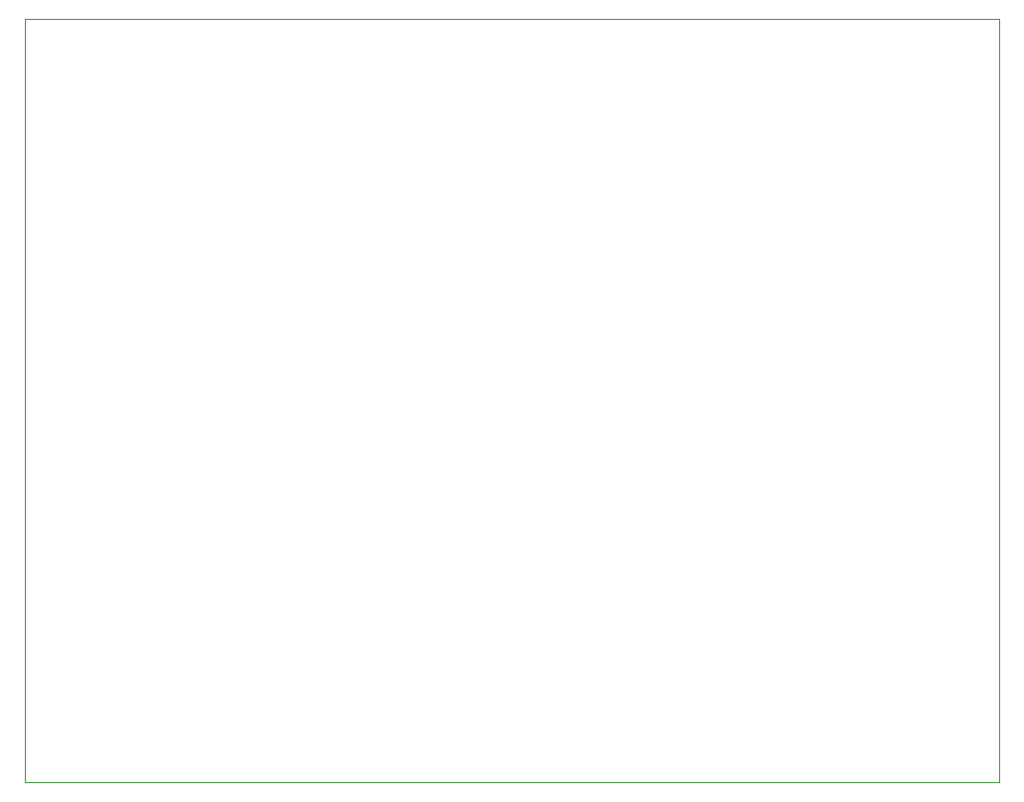
<source format=gm1>
G04 #@! TF.GenerationSoftware,KiCad,Pcbnew,(7.0.0-0)*
G04 #@! TF.CreationDate,2023-03-08T11:07:37+01:00*
G04 #@! TF.ProjectId,Flux_BMS,466c7578-5f42-44d5-932e-6b696361645f,rev?*
G04 #@! TF.SameCoordinates,Original*
G04 #@! TF.FileFunction,Profile,NP*
%FSLAX46Y46*%
G04 Gerber Fmt 4.6, Leading zero omitted, Abs format (unit mm)*
G04 Created by KiCad (PCBNEW (7.0.0-0)) date 2023-03-08 11:07:37*
%MOMM*%
%LPD*%
G01*
G04 APERTURE LIST*
G04 #@! TA.AperFunction,Profile*
%ADD10C,0.100000*%
G04 #@! TD*
G04 APERTURE END LIST*
D10*
X76000000Y-73550000D02*
X159000000Y-73550000D01*
X159000000Y-73550000D02*
X159000000Y-138550000D01*
X159000000Y-138550000D02*
X76000000Y-138550000D01*
X76000000Y-138550000D02*
X76000000Y-73550000D01*
M02*

</source>
